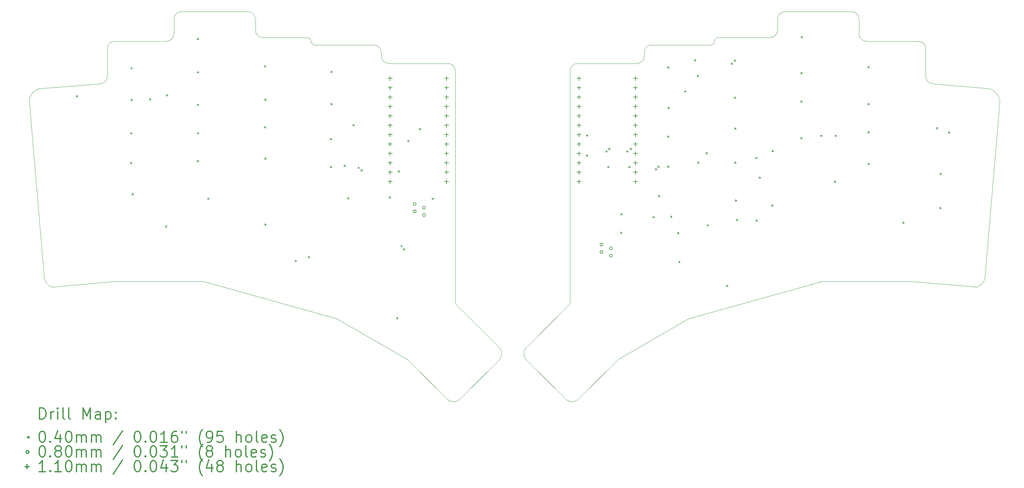
<source format=gbr>
%FSLAX45Y45*%
G04 Gerber Fmt 4.5, Leading zero omitted, Abs format (unit mm)*
G04 Created by KiCad (PCBNEW 5.1.9+dfsg1-1+deb11u1) date 2024-10-07 21:36:59*
%MOMM*%
%LPD*%
G01*
G04 APERTURE LIST*
%TA.AperFunction,Profile*%
%ADD10C,0.050000*%
%TD*%
%ADD11C,0.200000*%
%ADD12C,0.300000*%
G04 APERTURE END LIST*
D10*
X21650000Y-5500000D02*
G75*
G03*
X21850000Y-5300000I0J200000D01*
G01*
X25850000Y-6550000D02*
G75*
G03*
X26050000Y-6750000I200000J0D01*
G01*
X23050000Y-12100000D02*
X25450000Y-12100000D01*
X16250000Y-6400000D02*
X16250000Y-12700000D01*
X16250000Y-12700000D02*
X15050000Y-13900000D01*
X23050000Y-12100000D02*
X19450000Y-13100000D01*
X17550000Y-14200000D02*
X19450000Y-13100000D01*
X25850000Y-5800000D02*
G75*
G03*
X25650000Y-5600000I-200000J0D01*
G01*
X24050000Y-5000000D02*
G75*
G03*
X23850000Y-4800000I-200000J0D01*
G01*
X25650000Y-5600000D02*
X24250000Y-5600000D01*
X24050000Y-5400000D02*
X24050000Y-5000000D01*
X23850000Y-4800000D02*
X22050000Y-4800000D01*
X21850000Y-5000000D02*
X21850000Y-5300000D01*
X21650000Y-5500000D02*
X20250000Y-5500000D01*
X16450000Y-15300000D02*
X17550000Y-14200000D01*
X15050000Y-14200000D02*
X16150000Y-15300000D01*
X16150000Y-15300000D02*
G75*
G03*
X16450000Y-15300000I150000J200000D01*
G01*
X15050000Y-13900000D02*
G75*
G03*
X15050000Y-14200000I200000J-150000D01*
G01*
X27249161Y-12247812D02*
X25450000Y-12100000D01*
X18050000Y-6200000D02*
X16450000Y-6200000D01*
X20050000Y-5700000D02*
G75*
G03*
X20150000Y-5600000I0J100000D01*
G01*
X24050000Y-5400000D02*
G75*
G03*
X24250000Y-5600000I200000J0D01*
G01*
X22050000Y-4800000D02*
G75*
G03*
X21850000Y-5000000I0J-200000D01*
G01*
X20250000Y-5500000D02*
G75*
G03*
X20150000Y-5600000I0J-100000D01*
G01*
X20050000Y-5700000D02*
X18450000Y-5700000D01*
X16450000Y-6200000D02*
G75*
G03*
X16250000Y-6400000I0J-200000D01*
G01*
X18050000Y-6200000D02*
G75*
G03*
X18250000Y-6000000I0J200000D01*
G01*
X18450000Y-5700000D02*
G75*
G03*
X18250000Y-5900000I0J-200000D01*
G01*
X18250000Y-5900000D02*
X18250000Y-6000000D01*
X27450000Y-12000000D02*
X27850000Y-7189953D01*
X27249161Y-12247812D02*
G75*
G03*
X27450000Y-12000000I-114161J297812D01*
G01*
X27578774Y-6883000D02*
X26050000Y-6750000D01*
X25850000Y-6550000D02*
X25850000Y-5800000D01*
X27850000Y-7189954D02*
G75*
G03*
X27578774Y-6883000I-402726J-82546D01*
G01*
X3750000Y-6550000D02*
G75*
G02*
X3550000Y-6750000I-200000J0D01*
G01*
X3750000Y-5800000D02*
G75*
G02*
X3950000Y-5600000I200000J0D01*
G01*
X5550000Y-5400000D02*
G75*
G02*
X5350000Y-5600000I-200000J0D01*
G01*
X5550000Y-5000000D02*
G75*
G02*
X5750000Y-4800000I200000J0D01*
G01*
X7550000Y-4800000D02*
G75*
G02*
X7750000Y-5000000I0J-200000D01*
G01*
X7950000Y-5500000D02*
G75*
G02*
X7750000Y-5300000I0J200000D01*
G01*
X9150000Y-5500000D02*
G75*
G02*
X9250000Y-5600000I0J-100000D01*
G01*
X9350000Y-5700000D02*
G75*
G02*
X9250000Y-5600000I0J100000D01*
G01*
X11350000Y-6200000D02*
X12950000Y-6200000D01*
X11150000Y-5900000D02*
X11150000Y-6000000D01*
X10950000Y-5700000D02*
G75*
G02*
X11150000Y-5900000I0J-200000D01*
G01*
X11350000Y-6200000D02*
G75*
G02*
X11150000Y-6000000I0J200000D01*
G01*
X12950000Y-6200000D02*
G75*
G02*
X13150000Y-6400000I0J-200000D01*
G01*
X9350000Y-5700000D02*
X10950000Y-5700000D01*
X7950000Y-5500000D02*
X9150000Y-5500000D01*
X7750000Y-5000000D02*
X7750000Y-5300000D01*
X5750000Y-4800000D02*
X7550000Y-4800000D01*
X5550000Y-5400000D02*
X5550000Y-5000000D01*
X3950000Y-5600000D02*
X5350000Y-5600000D01*
X1639774Y-7189954D02*
G75*
G02*
X1911000Y-6883000I402726J-82546D01*
G01*
X3750000Y-6550000D02*
X3750000Y-5800000D01*
X1911000Y-6883000D02*
X3550000Y-6750000D01*
X2250839Y-12247812D02*
G75*
G02*
X2050000Y-12000000I114161J297812D01*
G01*
X2050000Y-12000000D02*
X1640000Y-7190000D01*
X2250839Y-12247812D02*
X3950000Y-12100000D01*
X14350000Y-13900000D02*
G75*
G02*
X14350000Y-14200000I-200000J-150000D01*
G01*
X13250000Y-15300000D02*
G75*
G02*
X12950000Y-15300000I-150000J200000D01*
G01*
X14350000Y-14200000D02*
X13250000Y-15300000D01*
X12950000Y-15300000D02*
X11850000Y-14200000D01*
X11850000Y-14200000D02*
X9950000Y-13100000D01*
X6350000Y-12100000D02*
X9950000Y-13100000D01*
X13150000Y-12700000D02*
X14350000Y-13900000D01*
X13150000Y-6400000D02*
X13150000Y-12700000D01*
X6350000Y-12100000D02*
X3950000Y-12100000D01*
D11*
X2910000Y-7070000D02*
X2950000Y-7110000D01*
X2950000Y-7070000D02*
X2910000Y-7110000D01*
X4380000Y-8070000D02*
X4420000Y-8110000D01*
X4420000Y-8070000D02*
X4380000Y-8110000D01*
X4380000Y-8870000D02*
X4420000Y-8910000D01*
X4420000Y-8870000D02*
X4380000Y-8910000D01*
X4390000Y-6310000D02*
X4430000Y-6350000D01*
X4430000Y-6310000D02*
X4390000Y-6350000D01*
X4390000Y-7170000D02*
X4430000Y-7210000D01*
X4430000Y-7170000D02*
X4390000Y-7210000D01*
X4420000Y-9720000D02*
X4460000Y-9760000D01*
X4460000Y-9720000D02*
X4420000Y-9760000D01*
X4890000Y-7150000D02*
X4930000Y-7190000D01*
X4930000Y-7150000D02*
X4890000Y-7190000D01*
X5320000Y-10590000D02*
X5360000Y-10630000D01*
X5360000Y-10590000D02*
X5320000Y-10630000D01*
X5340000Y-7040000D02*
X5380000Y-7080000D01*
X5380000Y-7040000D02*
X5340000Y-7080000D01*
X6180000Y-5520000D02*
X6220000Y-5560000D01*
X6220000Y-5520000D02*
X6180000Y-5560000D01*
X6180000Y-6420000D02*
X6220000Y-6460000D01*
X6220000Y-6420000D02*
X6180000Y-6460000D01*
X6180000Y-7300000D02*
X6220000Y-7340000D01*
X6220000Y-7300000D02*
X6180000Y-7340000D01*
X6180000Y-8070000D02*
X6220000Y-8110000D01*
X6220000Y-8070000D02*
X6180000Y-8110000D01*
X6180000Y-8820000D02*
X6220000Y-8860000D01*
X6220000Y-8820000D02*
X6180000Y-8860000D01*
X6460000Y-9840000D02*
X6500000Y-9880000D01*
X6500000Y-9840000D02*
X6460000Y-9880000D01*
X7990000Y-6260000D02*
X8030000Y-6300000D01*
X8030000Y-6260000D02*
X7990000Y-6300000D01*
X7990000Y-7910000D02*
X8030000Y-7950000D01*
X8030000Y-7910000D02*
X7990000Y-7950000D01*
X8000000Y-7160000D02*
X8040000Y-7200000D01*
X8040000Y-7160000D02*
X8000000Y-7200000D01*
X8000000Y-8750000D02*
X8040000Y-8790000D01*
X8040000Y-8750000D02*
X8000000Y-8790000D01*
X8000000Y-10540000D02*
X8040000Y-10580000D01*
X8040000Y-10540000D02*
X8000000Y-10580000D01*
X8820000Y-11520000D02*
X8860000Y-11560000D01*
X8860000Y-11520000D02*
X8820000Y-11560000D01*
X9180000Y-11420000D02*
X9220000Y-11460000D01*
X9220000Y-11420000D02*
X9180000Y-11460000D01*
X9770000Y-8230000D02*
X9810000Y-8270000D01*
X9810000Y-8230000D02*
X9770000Y-8270000D01*
X9770000Y-8980000D02*
X9810000Y-9020000D01*
X9810000Y-8980000D02*
X9770000Y-9020000D01*
X9790000Y-6410000D02*
X9830000Y-6450000D01*
X9830000Y-6410000D02*
X9790000Y-6450000D01*
X9790000Y-7280000D02*
X9830000Y-7320000D01*
X9830000Y-7280000D02*
X9790000Y-7320000D01*
X10140000Y-8950000D02*
X10180000Y-8990000D01*
X10180000Y-8950000D02*
X10140000Y-8990000D01*
X10240000Y-9830000D02*
X10280000Y-9870000D01*
X10280000Y-9830000D02*
X10240000Y-9870000D01*
X10380000Y-7850000D02*
X10420000Y-7890000D01*
X10420000Y-7850000D02*
X10380000Y-7890000D01*
X10520000Y-9002501D02*
X10560000Y-9042501D01*
X10560000Y-9002501D02*
X10520000Y-9042501D01*
X10601202Y-9075001D02*
X10641202Y-9115001D01*
X10641202Y-9075001D02*
X10601202Y-9115001D01*
X11360000Y-9800000D02*
X11400000Y-9840000D01*
X11400000Y-9800000D02*
X11360000Y-9840000D01*
X11560000Y-13070000D02*
X11600000Y-13110000D01*
X11600000Y-13070000D02*
X11560000Y-13110000D01*
X11610000Y-9100000D02*
X11650000Y-9140000D01*
X11650000Y-9100000D02*
X11610000Y-9140000D01*
X11680000Y-11120000D02*
X11720000Y-11160000D01*
X11720000Y-11120000D02*
X11680000Y-11160000D01*
X11740000Y-11210000D02*
X11780000Y-11250000D01*
X11780000Y-11210000D02*
X11740000Y-11250000D01*
X11860000Y-8280000D02*
X11900000Y-8320000D01*
X11900000Y-8280000D02*
X11860000Y-8320000D01*
X12177235Y-7957235D02*
X12217235Y-7997235D01*
X12217235Y-7957235D02*
X12177235Y-7997235D01*
X12520000Y-9840000D02*
X12560000Y-9880000D01*
X12560000Y-9840000D02*
X12520000Y-9880000D01*
X16690000Y-8130000D02*
X16730000Y-8170000D01*
X16730000Y-8130000D02*
X16690000Y-8170000D01*
X16690000Y-8670000D02*
X16730000Y-8710000D01*
X16730000Y-8670000D02*
X16690000Y-8710000D01*
X17214074Y-8562500D02*
X17254074Y-8602500D01*
X17254074Y-8562500D02*
X17214074Y-8602500D01*
X17260000Y-8980000D02*
X17300000Y-9020000D01*
X17300000Y-8980000D02*
X17260000Y-9020000D01*
X17290000Y-8490000D02*
X17330000Y-8530000D01*
X17330000Y-8490000D02*
X17290000Y-8530000D01*
X17610000Y-10760000D02*
X17650000Y-10800000D01*
X17650000Y-10760000D02*
X17610000Y-10800000D01*
X17620000Y-10260000D02*
X17660000Y-10300000D01*
X17660000Y-10260000D02*
X17620000Y-10300000D01*
X17770000Y-8562500D02*
X17810000Y-8602500D01*
X17810000Y-8562500D02*
X17770000Y-8602500D01*
X17830000Y-8980000D02*
X17870000Y-9020000D01*
X17870000Y-8980000D02*
X17830000Y-9020000D01*
X17870000Y-8490000D02*
X17910000Y-8530000D01*
X17910000Y-8490000D02*
X17870000Y-8530000D01*
X18480000Y-10340000D02*
X18520000Y-10380000D01*
X18520000Y-10340000D02*
X18480000Y-10380000D01*
X18549289Y-9040711D02*
X18589289Y-9080711D01*
X18589289Y-9040711D02*
X18549289Y-9080711D01*
X18620000Y-8970000D02*
X18660000Y-9010000D01*
X18660000Y-8970000D02*
X18620000Y-9010000D01*
X18630000Y-9770000D02*
X18670000Y-9810000D01*
X18670000Y-9770000D02*
X18630000Y-9810000D01*
X18880000Y-6290000D02*
X18920000Y-6330000D01*
X18920000Y-6290000D02*
X18880000Y-6330000D01*
X18880000Y-8160000D02*
X18920000Y-8200000D01*
X18920000Y-8160000D02*
X18880000Y-8200000D01*
X18880000Y-8970000D02*
X18920000Y-9010000D01*
X18920000Y-8970000D02*
X18880000Y-9010000D01*
X18890000Y-7380000D02*
X18930000Y-7420000D01*
X18930000Y-7380000D02*
X18890000Y-7420000D01*
X18960000Y-10330000D02*
X19000000Y-10370000D01*
X19000000Y-10330000D02*
X18960000Y-10370000D01*
X19150000Y-10770000D02*
X19190000Y-10810000D01*
X19190000Y-10770000D02*
X19150000Y-10810000D01*
X19180000Y-11550000D02*
X19220000Y-11590000D01*
X19220000Y-11550000D02*
X19180000Y-11590000D01*
X19335000Y-6936300D02*
X19375000Y-6976300D01*
X19375000Y-6936300D02*
X19335000Y-6976300D01*
X19603165Y-6093165D02*
X19643165Y-6133165D01*
X19643165Y-6093165D02*
X19603165Y-6133165D01*
X19680000Y-6520000D02*
X19720000Y-6560000D01*
X19720000Y-6520000D02*
X19680000Y-6560000D01*
X19690000Y-8860000D02*
X19730000Y-8900000D01*
X19730000Y-8860000D02*
X19690000Y-8900000D01*
X19920000Y-8610000D02*
X19960000Y-8650000D01*
X19960000Y-8610000D02*
X19920000Y-8650000D01*
X19950000Y-10560000D02*
X19990000Y-10600000D01*
X19990000Y-10560000D02*
X19950000Y-10600000D01*
X20470000Y-12200000D02*
X20510000Y-12240000D01*
X20510000Y-12200000D02*
X20470000Y-12240000D01*
X20600000Y-6190000D02*
X20640000Y-6230000D01*
X20640000Y-6190000D02*
X20600000Y-6230000D01*
X20680000Y-6100000D02*
X20720000Y-6140000D01*
X20720000Y-6100000D02*
X20680000Y-6140000D01*
X20680000Y-7110000D02*
X20720000Y-7150000D01*
X20720000Y-7110000D02*
X20680000Y-7150000D01*
X20690000Y-7940000D02*
X20730000Y-7980000D01*
X20730000Y-7940000D02*
X20690000Y-7980000D01*
X20690000Y-8860000D02*
X20730000Y-8900000D01*
X20730000Y-8860000D02*
X20690000Y-8900000D01*
X20710000Y-9890000D02*
X20750000Y-9930000D01*
X20750000Y-9890000D02*
X20710000Y-9930000D01*
X20740000Y-10410000D02*
X20780000Y-10450000D01*
X20780000Y-10410000D02*
X20740000Y-10450000D01*
X21260000Y-8740000D02*
X21300000Y-8780000D01*
X21300000Y-8740000D02*
X21260000Y-8780000D01*
X21270000Y-10430000D02*
X21310000Y-10470000D01*
X21310000Y-10430000D02*
X21270000Y-10470000D01*
X21350000Y-9270000D02*
X21390000Y-9310000D01*
X21390000Y-9270000D02*
X21350000Y-9310000D01*
X21690000Y-10020000D02*
X21730000Y-10060000D01*
X21730000Y-10020000D02*
X21690000Y-10060000D01*
X21700000Y-8550000D02*
X21740000Y-8590000D01*
X21740000Y-8550000D02*
X21700000Y-8590000D01*
X22480000Y-6440000D02*
X22520000Y-6480000D01*
X22520000Y-6440000D02*
X22480000Y-6480000D01*
X22480000Y-7210000D02*
X22520000Y-7250000D01*
X22520000Y-7210000D02*
X22480000Y-7250000D01*
X22480000Y-8200000D02*
X22520000Y-8240000D01*
X22520000Y-8200000D02*
X22480000Y-8240000D01*
X22490000Y-5470000D02*
X22530000Y-5510000D01*
X22530000Y-5470000D02*
X22490000Y-5510000D01*
X23010000Y-8140000D02*
X23050000Y-8180000D01*
X23050000Y-8140000D02*
X23010000Y-8180000D01*
X23380000Y-9380000D02*
X23420000Y-9420000D01*
X23420000Y-9380000D02*
X23380000Y-9420000D01*
X23400000Y-8140000D02*
X23440000Y-8180000D01*
X23440000Y-8140000D02*
X23400000Y-8180000D01*
X24290000Y-6280000D02*
X24330000Y-6320000D01*
X24330000Y-6280000D02*
X24290000Y-6320000D01*
X24290000Y-7280000D02*
X24330000Y-7320000D01*
X24330000Y-7280000D02*
X24290000Y-7320000D01*
X24290000Y-8040000D02*
X24330000Y-8080000D01*
X24330000Y-8040000D02*
X24290000Y-8080000D01*
X24290000Y-8900000D02*
X24330000Y-8940000D01*
X24330000Y-8900000D02*
X24290000Y-8940000D01*
X25230000Y-10490000D02*
X25270000Y-10530000D01*
X25270000Y-10490000D02*
X25230000Y-10530000D01*
X26140000Y-7930000D02*
X26180000Y-7970000D01*
X26180000Y-7930000D02*
X26140000Y-7970000D01*
X26230000Y-10090000D02*
X26270000Y-10130000D01*
X26270000Y-10090000D02*
X26230000Y-10130000D01*
X26240000Y-9170000D02*
X26280000Y-9210000D01*
X26280000Y-9170000D02*
X26240000Y-9210000D01*
X26465259Y-8050000D02*
X26505259Y-8090000D01*
X26505259Y-8050000D02*
X26465259Y-8090000D01*
X12090000Y-10000000D02*
G75*
G03*
X12090000Y-10000000I-40000J0D01*
G01*
X12090000Y-10200000D02*
G75*
G03*
X12090000Y-10200000I-40000J0D01*
G01*
X12344000Y-10100000D02*
G75*
G03*
X12344000Y-10100000I-40000J0D01*
G01*
X12344000Y-10300000D02*
G75*
G03*
X12344000Y-10300000I-40000J0D01*
G01*
X17136000Y-11100000D02*
G75*
G03*
X17136000Y-11100000I-40000J0D01*
G01*
X17136000Y-11300000D02*
G75*
G03*
X17136000Y-11300000I-40000J0D01*
G01*
X17390000Y-11200000D02*
G75*
G03*
X17390000Y-11200000I-40000J0D01*
G01*
X17390000Y-11400000D02*
G75*
G03*
X17390000Y-11400000I-40000J0D01*
G01*
X11388000Y-6548000D02*
X11388000Y-6658000D01*
X11333000Y-6603000D02*
X11443000Y-6603000D01*
X11388000Y-6802000D02*
X11388000Y-6912000D01*
X11333000Y-6857000D02*
X11443000Y-6857000D01*
X11388000Y-7056000D02*
X11388000Y-7166000D01*
X11333000Y-7111000D02*
X11443000Y-7111000D01*
X11388000Y-7310000D02*
X11388000Y-7420000D01*
X11333000Y-7365000D02*
X11443000Y-7365000D01*
X11388000Y-7564000D02*
X11388000Y-7674000D01*
X11333000Y-7619000D02*
X11443000Y-7619000D01*
X11388000Y-7818000D02*
X11388000Y-7928000D01*
X11333000Y-7873000D02*
X11443000Y-7873000D01*
X11388000Y-8072000D02*
X11388000Y-8182000D01*
X11333000Y-8127000D02*
X11443000Y-8127000D01*
X11388000Y-8326000D02*
X11388000Y-8436000D01*
X11333000Y-8381000D02*
X11443000Y-8381000D01*
X11388000Y-8580000D02*
X11388000Y-8690000D01*
X11333000Y-8635000D02*
X11443000Y-8635000D01*
X11388000Y-8834000D02*
X11388000Y-8944000D01*
X11333000Y-8889000D02*
X11443000Y-8889000D01*
X11388000Y-9088000D02*
X11388000Y-9198000D01*
X11333000Y-9143000D02*
X11443000Y-9143000D01*
X11388000Y-9342000D02*
X11388000Y-9452000D01*
X11333000Y-9397000D02*
X11443000Y-9397000D01*
X12912000Y-6548000D02*
X12912000Y-6658000D01*
X12857000Y-6603000D02*
X12967000Y-6603000D01*
X12912000Y-6802000D02*
X12912000Y-6912000D01*
X12857000Y-6857000D02*
X12967000Y-6857000D01*
X12912000Y-7056000D02*
X12912000Y-7166000D01*
X12857000Y-7111000D02*
X12967000Y-7111000D01*
X12912000Y-7310000D02*
X12912000Y-7420000D01*
X12857000Y-7365000D02*
X12967000Y-7365000D01*
X12912000Y-7564000D02*
X12912000Y-7674000D01*
X12857000Y-7619000D02*
X12967000Y-7619000D01*
X12912000Y-7818000D02*
X12912000Y-7928000D01*
X12857000Y-7873000D02*
X12967000Y-7873000D01*
X12912000Y-8072000D02*
X12912000Y-8182000D01*
X12857000Y-8127000D02*
X12967000Y-8127000D01*
X12912000Y-8326000D02*
X12912000Y-8436000D01*
X12857000Y-8381000D02*
X12967000Y-8381000D01*
X12912000Y-8580000D02*
X12912000Y-8690000D01*
X12857000Y-8635000D02*
X12967000Y-8635000D01*
X12912000Y-8834000D02*
X12912000Y-8944000D01*
X12857000Y-8889000D02*
X12967000Y-8889000D01*
X12912000Y-9088000D02*
X12912000Y-9198000D01*
X12857000Y-9143000D02*
X12967000Y-9143000D01*
X12912000Y-9342000D02*
X12912000Y-9452000D01*
X12857000Y-9397000D02*
X12967000Y-9397000D01*
X16488000Y-6548000D02*
X16488000Y-6658000D01*
X16433000Y-6603000D02*
X16543000Y-6603000D01*
X16488000Y-6802000D02*
X16488000Y-6912000D01*
X16433000Y-6857000D02*
X16543000Y-6857000D01*
X16488000Y-7056000D02*
X16488000Y-7166000D01*
X16433000Y-7111000D02*
X16543000Y-7111000D01*
X16488000Y-7310000D02*
X16488000Y-7420000D01*
X16433000Y-7365000D02*
X16543000Y-7365000D01*
X16488000Y-7564000D02*
X16488000Y-7674000D01*
X16433000Y-7619000D02*
X16543000Y-7619000D01*
X16488000Y-7818000D02*
X16488000Y-7928000D01*
X16433000Y-7873000D02*
X16543000Y-7873000D01*
X16488000Y-8072000D02*
X16488000Y-8182000D01*
X16433000Y-8127000D02*
X16543000Y-8127000D01*
X16488000Y-8326000D02*
X16488000Y-8436000D01*
X16433000Y-8381000D02*
X16543000Y-8381000D01*
X16488000Y-8580000D02*
X16488000Y-8690000D01*
X16433000Y-8635000D02*
X16543000Y-8635000D01*
X16488000Y-8834000D02*
X16488000Y-8944000D01*
X16433000Y-8889000D02*
X16543000Y-8889000D01*
X16488000Y-9088000D02*
X16488000Y-9198000D01*
X16433000Y-9143000D02*
X16543000Y-9143000D01*
X16488000Y-9342000D02*
X16488000Y-9452000D01*
X16433000Y-9397000D02*
X16543000Y-9397000D01*
X18012000Y-6548000D02*
X18012000Y-6658000D01*
X17957000Y-6603000D02*
X18067000Y-6603000D01*
X18012000Y-6802000D02*
X18012000Y-6912000D01*
X17957000Y-6857000D02*
X18067000Y-6857000D01*
X18012000Y-7056000D02*
X18012000Y-7166000D01*
X17957000Y-7111000D02*
X18067000Y-7111000D01*
X18012000Y-7310000D02*
X18012000Y-7420000D01*
X17957000Y-7365000D02*
X18067000Y-7365000D01*
X18012000Y-7564000D02*
X18012000Y-7674000D01*
X17957000Y-7619000D02*
X18067000Y-7619000D01*
X18012000Y-7818000D02*
X18012000Y-7928000D01*
X17957000Y-7873000D02*
X18067000Y-7873000D01*
X18012000Y-8072000D02*
X18012000Y-8182000D01*
X17957000Y-8127000D02*
X18067000Y-8127000D01*
X18012000Y-8326000D02*
X18012000Y-8436000D01*
X17957000Y-8381000D02*
X18067000Y-8381000D01*
X18012000Y-8580000D02*
X18012000Y-8690000D01*
X17957000Y-8635000D02*
X18067000Y-8635000D01*
X18012000Y-8834000D02*
X18012000Y-8944000D01*
X17957000Y-8889000D02*
X18067000Y-8889000D01*
X18012000Y-9088000D02*
X18012000Y-9198000D01*
X17957000Y-9143000D02*
X18067000Y-9143000D01*
X18012000Y-9342000D02*
X18012000Y-9452000D01*
X17957000Y-9397000D02*
X18067000Y-9397000D01*
D12*
X1923702Y-15818214D02*
X1923702Y-15518214D01*
X1995131Y-15518214D01*
X2037988Y-15532500D01*
X2066559Y-15561071D01*
X2080845Y-15589643D01*
X2095131Y-15646786D01*
X2095131Y-15689643D01*
X2080845Y-15746786D01*
X2066559Y-15775357D01*
X2037988Y-15803929D01*
X1995131Y-15818214D01*
X1923702Y-15818214D01*
X2223702Y-15818214D02*
X2223702Y-15618214D01*
X2223702Y-15675357D02*
X2237988Y-15646786D01*
X2252274Y-15632500D01*
X2280845Y-15618214D01*
X2309416Y-15618214D01*
X2409416Y-15818214D02*
X2409416Y-15618214D01*
X2409416Y-15518214D02*
X2395131Y-15532500D01*
X2409416Y-15546786D01*
X2423702Y-15532500D01*
X2409416Y-15518214D01*
X2409416Y-15546786D01*
X2595131Y-15818214D02*
X2566559Y-15803929D01*
X2552274Y-15775357D01*
X2552274Y-15518214D01*
X2752274Y-15818214D02*
X2723702Y-15803929D01*
X2709416Y-15775357D01*
X2709416Y-15518214D01*
X3095131Y-15818214D02*
X3095131Y-15518214D01*
X3195131Y-15732500D01*
X3295131Y-15518214D01*
X3295131Y-15818214D01*
X3566559Y-15818214D02*
X3566559Y-15661071D01*
X3552274Y-15632500D01*
X3523702Y-15618214D01*
X3466559Y-15618214D01*
X3437988Y-15632500D01*
X3566559Y-15803929D02*
X3537988Y-15818214D01*
X3466559Y-15818214D01*
X3437988Y-15803929D01*
X3423702Y-15775357D01*
X3423702Y-15746786D01*
X3437988Y-15718214D01*
X3466559Y-15703929D01*
X3537988Y-15703929D01*
X3566559Y-15689643D01*
X3709416Y-15618214D02*
X3709416Y-15918214D01*
X3709416Y-15632500D02*
X3737988Y-15618214D01*
X3795131Y-15618214D01*
X3823702Y-15632500D01*
X3837988Y-15646786D01*
X3852274Y-15675357D01*
X3852274Y-15761071D01*
X3837988Y-15789643D01*
X3823702Y-15803929D01*
X3795131Y-15818214D01*
X3737988Y-15818214D01*
X3709416Y-15803929D01*
X3980845Y-15789643D02*
X3995131Y-15803929D01*
X3980845Y-15818214D01*
X3966559Y-15803929D01*
X3980845Y-15789643D01*
X3980845Y-15818214D01*
X3980845Y-15632500D02*
X3995131Y-15646786D01*
X3980845Y-15661071D01*
X3966559Y-15646786D01*
X3980845Y-15632500D01*
X3980845Y-15661071D01*
X1597274Y-16292500D02*
X1637274Y-16332500D01*
X1637274Y-16292500D02*
X1597274Y-16332500D01*
X1980845Y-16148214D02*
X2009416Y-16148214D01*
X2037988Y-16162500D01*
X2052274Y-16176786D01*
X2066559Y-16205357D01*
X2080845Y-16262500D01*
X2080845Y-16333929D01*
X2066559Y-16391071D01*
X2052274Y-16419643D01*
X2037988Y-16433929D01*
X2009416Y-16448214D01*
X1980845Y-16448214D01*
X1952274Y-16433929D01*
X1937988Y-16419643D01*
X1923702Y-16391071D01*
X1909416Y-16333929D01*
X1909416Y-16262500D01*
X1923702Y-16205357D01*
X1937988Y-16176786D01*
X1952274Y-16162500D01*
X1980845Y-16148214D01*
X2209416Y-16419643D02*
X2223702Y-16433929D01*
X2209416Y-16448214D01*
X2195131Y-16433929D01*
X2209416Y-16419643D01*
X2209416Y-16448214D01*
X2480845Y-16248214D02*
X2480845Y-16448214D01*
X2409416Y-16133929D02*
X2337988Y-16348214D01*
X2523702Y-16348214D01*
X2695131Y-16148214D02*
X2723702Y-16148214D01*
X2752274Y-16162500D01*
X2766559Y-16176786D01*
X2780845Y-16205357D01*
X2795131Y-16262500D01*
X2795131Y-16333929D01*
X2780845Y-16391071D01*
X2766559Y-16419643D01*
X2752274Y-16433929D01*
X2723702Y-16448214D01*
X2695131Y-16448214D01*
X2666559Y-16433929D01*
X2652274Y-16419643D01*
X2637988Y-16391071D01*
X2623702Y-16333929D01*
X2623702Y-16262500D01*
X2637988Y-16205357D01*
X2652274Y-16176786D01*
X2666559Y-16162500D01*
X2695131Y-16148214D01*
X2923702Y-16448214D02*
X2923702Y-16248214D01*
X2923702Y-16276786D02*
X2937988Y-16262500D01*
X2966559Y-16248214D01*
X3009416Y-16248214D01*
X3037988Y-16262500D01*
X3052274Y-16291071D01*
X3052274Y-16448214D01*
X3052274Y-16291071D02*
X3066559Y-16262500D01*
X3095131Y-16248214D01*
X3137988Y-16248214D01*
X3166559Y-16262500D01*
X3180845Y-16291071D01*
X3180845Y-16448214D01*
X3323702Y-16448214D02*
X3323702Y-16248214D01*
X3323702Y-16276786D02*
X3337988Y-16262500D01*
X3366559Y-16248214D01*
X3409416Y-16248214D01*
X3437988Y-16262500D01*
X3452274Y-16291071D01*
X3452274Y-16448214D01*
X3452274Y-16291071D02*
X3466559Y-16262500D01*
X3495131Y-16248214D01*
X3537988Y-16248214D01*
X3566559Y-16262500D01*
X3580845Y-16291071D01*
X3580845Y-16448214D01*
X4166559Y-16133929D02*
X3909416Y-16519643D01*
X4552274Y-16148214D02*
X4580845Y-16148214D01*
X4609416Y-16162500D01*
X4623702Y-16176786D01*
X4637988Y-16205357D01*
X4652274Y-16262500D01*
X4652274Y-16333929D01*
X4637988Y-16391071D01*
X4623702Y-16419643D01*
X4609416Y-16433929D01*
X4580845Y-16448214D01*
X4552274Y-16448214D01*
X4523702Y-16433929D01*
X4509416Y-16419643D01*
X4495131Y-16391071D01*
X4480845Y-16333929D01*
X4480845Y-16262500D01*
X4495131Y-16205357D01*
X4509416Y-16176786D01*
X4523702Y-16162500D01*
X4552274Y-16148214D01*
X4780845Y-16419643D02*
X4795131Y-16433929D01*
X4780845Y-16448214D01*
X4766559Y-16433929D01*
X4780845Y-16419643D01*
X4780845Y-16448214D01*
X4980845Y-16148214D02*
X5009416Y-16148214D01*
X5037988Y-16162500D01*
X5052274Y-16176786D01*
X5066559Y-16205357D01*
X5080845Y-16262500D01*
X5080845Y-16333929D01*
X5066559Y-16391071D01*
X5052274Y-16419643D01*
X5037988Y-16433929D01*
X5009416Y-16448214D01*
X4980845Y-16448214D01*
X4952274Y-16433929D01*
X4937988Y-16419643D01*
X4923702Y-16391071D01*
X4909416Y-16333929D01*
X4909416Y-16262500D01*
X4923702Y-16205357D01*
X4937988Y-16176786D01*
X4952274Y-16162500D01*
X4980845Y-16148214D01*
X5366559Y-16448214D02*
X5195131Y-16448214D01*
X5280845Y-16448214D02*
X5280845Y-16148214D01*
X5252274Y-16191071D01*
X5223702Y-16219643D01*
X5195131Y-16233929D01*
X5623702Y-16148214D02*
X5566559Y-16148214D01*
X5537988Y-16162500D01*
X5523702Y-16176786D01*
X5495131Y-16219643D01*
X5480845Y-16276786D01*
X5480845Y-16391071D01*
X5495131Y-16419643D01*
X5509416Y-16433929D01*
X5537988Y-16448214D01*
X5595131Y-16448214D01*
X5623702Y-16433929D01*
X5637988Y-16419643D01*
X5652273Y-16391071D01*
X5652273Y-16319643D01*
X5637988Y-16291071D01*
X5623702Y-16276786D01*
X5595131Y-16262500D01*
X5537988Y-16262500D01*
X5509416Y-16276786D01*
X5495131Y-16291071D01*
X5480845Y-16319643D01*
X5766559Y-16148214D02*
X5766559Y-16205357D01*
X5880845Y-16148214D02*
X5880845Y-16205357D01*
X6323702Y-16562500D02*
X6309416Y-16548214D01*
X6280845Y-16505357D01*
X6266559Y-16476786D01*
X6252273Y-16433929D01*
X6237988Y-16362500D01*
X6237988Y-16305357D01*
X6252273Y-16233929D01*
X6266559Y-16191071D01*
X6280845Y-16162500D01*
X6309416Y-16119643D01*
X6323702Y-16105357D01*
X6452273Y-16448214D02*
X6509416Y-16448214D01*
X6537988Y-16433929D01*
X6552273Y-16419643D01*
X6580845Y-16376786D01*
X6595131Y-16319643D01*
X6595131Y-16205357D01*
X6580845Y-16176786D01*
X6566559Y-16162500D01*
X6537988Y-16148214D01*
X6480845Y-16148214D01*
X6452273Y-16162500D01*
X6437988Y-16176786D01*
X6423702Y-16205357D01*
X6423702Y-16276786D01*
X6437988Y-16305357D01*
X6452273Y-16319643D01*
X6480845Y-16333929D01*
X6537988Y-16333929D01*
X6566559Y-16319643D01*
X6580845Y-16305357D01*
X6595131Y-16276786D01*
X6866559Y-16148214D02*
X6723702Y-16148214D01*
X6709416Y-16291071D01*
X6723702Y-16276786D01*
X6752274Y-16262500D01*
X6823702Y-16262500D01*
X6852274Y-16276786D01*
X6866559Y-16291071D01*
X6880845Y-16319643D01*
X6880845Y-16391071D01*
X6866559Y-16419643D01*
X6852274Y-16433929D01*
X6823702Y-16448214D01*
X6752274Y-16448214D01*
X6723702Y-16433929D01*
X6709416Y-16419643D01*
X7237988Y-16448214D02*
X7237988Y-16148214D01*
X7366559Y-16448214D02*
X7366559Y-16291071D01*
X7352274Y-16262500D01*
X7323702Y-16248214D01*
X7280845Y-16248214D01*
X7252274Y-16262500D01*
X7237988Y-16276786D01*
X7552274Y-16448214D02*
X7523702Y-16433929D01*
X7509416Y-16419643D01*
X7495131Y-16391071D01*
X7495131Y-16305357D01*
X7509416Y-16276786D01*
X7523702Y-16262500D01*
X7552274Y-16248214D01*
X7595131Y-16248214D01*
X7623702Y-16262500D01*
X7637988Y-16276786D01*
X7652274Y-16305357D01*
X7652274Y-16391071D01*
X7637988Y-16419643D01*
X7623702Y-16433929D01*
X7595131Y-16448214D01*
X7552274Y-16448214D01*
X7823702Y-16448214D02*
X7795131Y-16433929D01*
X7780845Y-16405357D01*
X7780845Y-16148214D01*
X8052274Y-16433929D02*
X8023702Y-16448214D01*
X7966559Y-16448214D01*
X7937988Y-16433929D01*
X7923702Y-16405357D01*
X7923702Y-16291071D01*
X7937988Y-16262500D01*
X7966559Y-16248214D01*
X8023702Y-16248214D01*
X8052274Y-16262500D01*
X8066559Y-16291071D01*
X8066559Y-16319643D01*
X7923702Y-16348214D01*
X8180845Y-16433929D02*
X8209416Y-16448214D01*
X8266559Y-16448214D01*
X8295131Y-16433929D01*
X8309416Y-16405357D01*
X8309416Y-16391071D01*
X8295131Y-16362500D01*
X8266559Y-16348214D01*
X8223702Y-16348214D01*
X8195131Y-16333929D01*
X8180845Y-16305357D01*
X8180845Y-16291071D01*
X8195131Y-16262500D01*
X8223702Y-16248214D01*
X8266559Y-16248214D01*
X8295131Y-16262500D01*
X8409416Y-16562500D02*
X8423702Y-16548214D01*
X8452274Y-16505357D01*
X8466559Y-16476786D01*
X8480845Y-16433929D01*
X8495131Y-16362500D01*
X8495131Y-16305357D01*
X8480845Y-16233929D01*
X8466559Y-16191071D01*
X8452274Y-16162500D01*
X8423702Y-16119643D01*
X8409416Y-16105357D01*
X1637274Y-16708500D02*
G75*
G03*
X1637274Y-16708500I-40000J0D01*
G01*
X1980845Y-16544214D02*
X2009416Y-16544214D01*
X2037988Y-16558500D01*
X2052274Y-16572786D01*
X2066559Y-16601357D01*
X2080845Y-16658500D01*
X2080845Y-16729929D01*
X2066559Y-16787072D01*
X2052274Y-16815643D01*
X2037988Y-16829929D01*
X2009416Y-16844214D01*
X1980845Y-16844214D01*
X1952274Y-16829929D01*
X1937988Y-16815643D01*
X1923702Y-16787072D01*
X1909416Y-16729929D01*
X1909416Y-16658500D01*
X1923702Y-16601357D01*
X1937988Y-16572786D01*
X1952274Y-16558500D01*
X1980845Y-16544214D01*
X2209416Y-16815643D02*
X2223702Y-16829929D01*
X2209416Y-16844214D01*
X2195131Y-16829929D01*
X2209416Y-16815643D01*
X2209416Y-16844214D01*
X2395131Y-16672786D02*
X2366559Y-16658500D01*
X2352274Y-16644214D01*
X2337988Y-16615643D01*
X2337988Y-16601357D01*
X2352274Y-16572786D01*
X2366559Y-16558500D01*
X2395131Y-16544214D01*
X2452274Y-16544214D01*
X2480845Y-16558500D01*
X2495131Y-16572786D01*
X2509416Y-16601357D01*
X2509416Y-16615643D01*
X2495131Y-16644214D01*
X2480845Y-16658500D01*
X2452274Y-16672786D01*
X2395131Y-16672786D01*
X2366559Y-16687071D01*
X2352274Y-16701357D01*
X2337988Y-16729929D01*
X2337988Y-16787072D01*
X2352274Y-16815643D01*
X2366559Y-16829929D01*
X2395131Y-16844214D01*
X2452274Y-16844214D01*
X2480845Y-16829929D01*
X2495131Y-16815643D01*
X2509416Y-16787072D01*
X2509416Y-16729929D01*
X2495131Y-16701357D01*
X2480845Y-16687071D01*
X2452274Y-16672786D01*
X2695131Y-16544214D02*
X2723702Y-16544214D01*
X2752274Y-16558500D01*
X2766559Y-16572786D01*
X2780845Y-16601357D01*
X2795131Y-16658500D01*
X2795131Y-16729929D01*
X2780845Y-16787072D01*
X2766559Y-16815643D01*
X2752274Y-16829929D01*
X2723702Y-16844214D01*
X2695131Y-16844214D01*
X2666559Y-16829929D01*
X2652274Y-16815643D01*
X2637988Y-16787072D01*
X2623702Y-16729929D01*
X2623702Y-16658500D01*
X2637988Y-16601357D01*
X2652274Y-16572786D01*
X2666559Y-16558500D01*
X2695131Y-16544214D01*
X2923702Y-16844214D02*
X2923702Y-16644214D01*
X2923702Y-16672786D02*
X2937988Y-16658500D01*
X2966559Y-16644214D01*
X3009416Y-16644214D01*
X3037988Y-16658500D01*
X3052274Y-16687071D01*
X3052274Y-16844214D01*
X3052274Y-16687071D02*
X3066559Y-16658500D01*
X3095131Y-16644214D01*
X3137988Y-16644214D01*
X3166559Y-16658500D01*
X3180845Y-16687071D01*
X3180845Y-16844214D01*
X3323702Y-16844214D02*
X3323702Y-16644214D01*
X3323702Y-16672786D02*
X3337988Y-16658500D01*
X3366559Y-16644214D01*
X3409416Y-16644214D01*
X3437988Y-16658500D01*
X3452274Y-16687071D01*
X3452274Y-16844214D01*
X3452274Y-16687071D02*
X3466559Y-16658500D01*
X3495131Y-16644214D01*
X3537988Y-16644214D01*
X3566559Y-16658500D01*
X3580845Y-16687071D01*
X3580845Y-16844214D01*
X4166559Y-16529929D02*
X3909416Y-16915643D01*
X4552274Y-16544214D02*
X4580845Y-16544214D01*
X4609416Y-16558500D01*
X4623702Y-16572786D01*
X4637988Y-16601357D01*
X4652274Y-16658500D01*
X4652274Y-16729929D01*
X4637988Y-16787072D01*
X4623702Y-16815643D01*
X4609416Y-16829929D01*
X4580845Y-16844214D01*
X4552274Y-16844214D01*
X4523702Y-16829929D01*
X4509416Y-16815643D01*
X4495131Y-16787072D01*
X4480845Y-16729929D01*
X4480845Y-16658500D01*
X4495131Y-16601357D01*
X4509416Y-16572786D01*
X4523702Y-16558500D01*
X4552274Y-16544214D01*
X4780845Y-16815643D02*
X4795131Y-16829929D01*
X4780845Y-16844214D01*
X4766559Y-16829929D01*
X4780845Y-16815643D01*
X4780845Y-16844214D01*
X4980845Y-16544214D02*
X5009416Y-16544214D01*
X5037988Y-16558500D01*
X5052274Y-16572786D01*
X5066559Y-16601357D01*
X5080845Y-16658500D01*
X5080845Y-16729929D01*
X5066559Y-16787072D01*
X5052274Y-16815643D01*
X5037988Y-16829929D01*
X5009416Y-16844214D01*
X4980845Y-16844214D01*
X4952274Y-16829929D01*
X4937988Y-16815643D01*
X4923702Y-16787072D01*
X4909416Y-16729929D01*
X4909416Y-16658500D01*
X4923702Y-16601357D01*
X4937988Y-16572786D01*
X4952274Y-16558500D01*
X4980845Y-16544214D01*
X5180845Y-16544214D02*
X5366559Y-16544214D01*
X5266559Y-16658500D01*
X5309416Y-16658500D01*
X5337988Y-16672786D01*
X5352274Y-16687071D01*
X5366559Y-16715643D01*
X5366559Y-16787072D01*
X5352274Y-16815643D01*
X5337988Y-16829929D01*
X5309416Y-16844214D01*
X5223702Y-16844214D01*
X5195131Y-16829929D01*
X5180845Y-16815643D01*
X5652273Y-16844214D02*
X5480845Y-16844214D01*
X5566559Y-16844214D02*
X5566559Y-16544214D01*
X5537988Y-16587071D01*
X5509416Y-16615643D01*
X5480845Y-16629929D01*
X5766559Y-16544214D02*
X5766559Y-16601357D01*
X5880845Y-16544214D02*
X5880845Y-16601357D01*
X6323702Y-16958500D02*
X6309416Y-16944214D01*
X6280845Y-16901357D01*
X6266559Y-16872786D01*
X6252273Y-16829929D01*
X6237988Y-16758500D01*
X6237988Y-16701357D01*
X6252273Y-16629929D01*
X6266559Y-16587071D01*
X6280845Y-16558500D01*
X6309416Y-16515643D01*
X6323702Y-16501357D01*
X6480845Y-16672786D02*
X6452273Y-16658500D01*
X6437988Y-16644214D01*
X6423702Y-16615643D01*
X6423702Y-16601357D01*
X6437988Y-16572786D01*
X6452273Y-16558500D01*
X6480845Y-16544214D01*
X6537988Y-16544214D01*
X6566559Y-16558500D01*
X6580845Y-16572786D01*
X6595131Y-16601357D01*
X6595131Y-16615643D01*
X6580845Y-16644214D01*
X6566559Y-16658500D01*
X6537988Y-16672786D01*
X6480845Y-16672786D01*
X6452273Y-16687071D01*
X6437988Y-16701357D01*
X6423702Y-16729929D01*
X6423702Y-16787072D01*
X6437988Y-16815643D01*
X6452273Y-16829929D01*
X6480845Y-16844214D01*
X6537988Y-16844214D01*
X6566559Y-16829929D01*
X6580845Y-16815643D01*
X6595131Y-16787072D01*
X6595131Y-16729929D01*
X6580845Y-16701357D01*
X6566559Y-16687071D01*
X6537988Y-16672786D01*
X6952274Y-16844214D02*
X6952274Y-16544214D01*
X7080845Y-16844214D02*
X7080845Y-16687071D01*
X7066559Y-16658500D01*
X7037988Y-16644214D01*
X6995131Y-16644214D01*
X6966559Y-16658500D01*
X6952274Y-16672786D01*
X7266559Y-16844214D02*
X7237988Y-16829929D01*
X7223702Y-16815643D01*
X7209416Y-16787072D01*
X7209416Y-16701357D01*
X7223702Y-16672786D01*
X7237988Y-16658500D01*
X7266559Y-16644214D01*
X7309416Y-16644214D01*
X7337988Y-16658500D01*
X7352274Y-16672786D01*
X7366559Y-16701357D01*
X7366559Y-16787072D01*
X7352274Y-16815643D01*
X7337988Y-16829929D01*
X7309416Y-16844214D01*
X7266559Y-16844214D01*
X7537988Y-16844214D02*
X7509416Y-16829929D01*
X7495131Y-16801357D01*
X7495131Y-16544214D01*
X7766559Y-16829929D02*
X7737988Y-16844214D01*
X7680845Y-16844214D01*
X7652274Y-16829929D01*
X7637988Y-16801357D01*
X7637988Y-16687071D01*
X7652274Y-16658500D01*
X7680845Y-16644214D01*
X7737988Y-16644214D01*
X7766559Y-16658500D01*
X7780845Y-16687071D01*
X7780845Y-16715643D01*
X7637988Y-16744214D01*
X7895131Y-16829929D02*
X7923702Y-16844214D01*
X7980845Y-16844214D01*
X8009416Y-16829929D01*
X8023702Y-16801357D01*
X8023702Y-16787072D01*
X8009416Y-16758500D01*
X7980845Y-16744214D01*
X7937988Y-16744214D01*
X7909416Y-16729929D01*
X7895131Y-16701357D01*
X7895131Y-16687071D01*
X7909416Y-16658500D01*
X7937988Y-16644214D01*
X7980845Y-16644214D01*
X8009416Y-16658500D01*
X8123702Y-16958500D02*
X8137988Y-16944214D01*
X8166559Y-16901357D01*
X8180845Y-16872786D01*
X8195131Y-16829929D01*
X8209416Y-16758500D01*
X8209416Y-16701357D01*
X8195131Y-16629929D01*
X8180845Y-16587071D01*
X8166559Y-16558500D01*
X8137988Y-16515643D01*
X8123702Y-16501357D01*
X1582274Y-17049500D02*
X1582274Y-17159500D01*
X1527274Y-17104500D02*
X1637274Y-17104500D01*
X2080845Y-17240214D02*
X1909416Y-17240214D01*
X1995131Y-17240214D02*
X1995131Y-16940214D01*
X1966559Y-16983072D01*
X1937988Y-17011643D01*
X1909416Y-17025929D01*
X2209416Y-17211643D02*
X2223702Y-17225929D01*
X2209416Y-17240214D01*
X2195131Y-17225929D01*
X2209416Y-17211643D01*
X2209416Y-17240214D01*
X2509416Y-17240214D02*
X2337988Y-17240214D01*
X2423702Y-17240214D02*
X2423702Y-16940214D01*
X2395131Y-16983072D01*
X2366559Y-17011643D01*
X2337988Y-17025929D01*
X2695131Y-16940214D02*
X2723702Y-16940214D01*
X2752274Y-16954500D01*
X2766559Y-16968786D01*
X2780845Y-16997357D01*
X2795131Y-17054500D01*
X2795131Y-17125929D01*
X2780845Y-17183072D01*
X2766559Y-17211643D01*
X2752274Y-17225929D01*
X2723702Y-17240214D01*
X2695131Y-17240214D01*
X2666559Y-17225929D01*
X2652274Y-17211643D01*
X2637988Y-17183072D01*
X2623702Y-17125929D01*
X2623702Y-17054500D01*
X2637988Y-16997357D01*
X2652274Y-16968786D01*
X2666559Y-16954500D01*
X2695131Y-16940214D01*
X2923702Y-17240214D02*
X2923702Y-17040214D01*
X2923702Y-17068786D02*
X2937988Y-17054500D01*
X2966559Y-17040214D01*
X3009416Y-17040214D01*
X3037988Y-17054500D01*
X3052274Y-17083072D01*
X3052274Y-17240214D01*
X3052274Y-17083072D02*
X3066559Y-17054500D01*
X3095131Y-17040214D01*
X3137988Y-17040214D01*
X3166559Y-17054500D01*
X3180845Y-17083072D01*
X3180845Y-17240214D01*
X3323702Y-17240214D02*
X3323702Y-17040214D01*
X3323702Y-17068786D02*
X3337988Y-17054500D01*
X3366559Y-17040214D01*
X3409416Y-17040214D01*
X3437988Y-17054500D01*
X3452274Y-17083072D01*
X3452274Y-17240214D01*
X3452274Y-17083072D02*
X3466559Y-17054500D01*
X3495131Y-17040214D01*
X3537988Y-17040214D01*
X3566559Y-17054500D01*
X3580845Y-17083072D01*
X3580845Y-17240214D01*
X4166559Y-16925929D02*
X3909416Y-17311643D01*
X4552274Y-16940214D02*
X4580845Y-16940214D01*
X4609416Y-16954500D01*
X4623702Y-16968786D01*
X4637988Y-16997357D01*
X4652274Y-17054500D01*
X4652274Y-17125929D01*
X4637988Y-17183072D01*
X4623702Y-17211643D01*
X4609416Y-17225929D01*
X4580845Y-17240214D01*
X4552274Y-17240214D01*
X4523702Y-17225929D01*
X4509416Y-17211643D01*
X4495131Y-17183072D01*
X4480845Y-17125929D01*
X4480845Y-17054500D01*
X4495131Y-16997357D01*
X4509416Y-16968786D01*
X4523702Y-16954500D01*
X4552274Y-16940214D01*
X4780845Y-17211643D02*
X4795131Y-17225929D01*
X4780845Y-17240214D01*
X4766559Y-17225929D01*
X4780845Y-17211643D01*
X4780845Y-17240214D01*
X4980845Y-16940214D02*
X5009416Y-16940214D01*
X5037988Y-16954500D01*
X5052274Y-16968786D01*
X5066559Y-16997357D01*
X5080845Y-17054500D01*
X5080845Y-17125929D01*
X5066559Y-17183072D01*
X5052274Y-17211643D01*
X5037988Y-17225929D01*
X5009416Y-17240214D01*
X4980845Y-17240214D01*
X4952274Y-17225929D01*
X4937988Y-17211643D01*
X4923702Y-17183072D01*
X4909416Y-17125929D01*
X4909416Y-17054500D01*
X4923702Y-16997357D01*
X4937988Y-16968786D01*
X4952274Y-16954500D01*
X4980845Y-16940214D01*
X5337988Y-17040214D02*
X5337988Y-17240214D01*
X5266559Y-16925929D02*
X5195131Y-17140214D01*
X5380845Y-17140214D01*
X5466559Y-16940214D02*
X5652273Y-16940214D01*
X5552274Y-17054500D01*
X5595131Y-17054500D01*
X5623702Y-17068786D01*
X5637988Y-17083072D01*
X5652273Y-17111643D01*
X5652273Y-17183072D01*
X5637988Y-17211643D01*
X5623702Y-17225929D01*
X5595131Y-17240214D01*
X5509416Y-17240214D01*
X5480845Y-17225929D01*
X5466559Y-17211643D01*
X5766559Y-16940214D02*
X5766559Y-16997357D01*
X5880845Y-16940214D02*
X5880845Y-16997357D01*
X6323702Y-17354500D02*
X6309416Y-17340214D01*
X6280845Y-17297357D01*
X6266559Y-17268786D01*
X6252273Y-17225929D01*
X6237988Y-17154500D01*
X6237988Y-17097357D01*
X6252273Y-17025929D01*
X6266559Y-16983072D01*
X6280845Y-16954500D01*
X6309416Y-16911643D01*
X6323702Y-16897357D01*
X6566559Y-17040214D02*
X6566559Y-17240214D01*
X6495131Y-16925929D02*
X6423702Y-17140214D01*
X6609416Y-17140214D01*
X6766559Y-17068786D02*
X6737988Y-17054500D01*
X6723702Y-17040214D01*
X6709416Y-17011643D01*
X6709416Y-16997357D01*
X6723702Y-16968786D01*
X6737988Y-16954500D01*
X6766559Y-16940214D01*
X6823702Y-16940214D01*
X6852274Y-16954500D01*
X6866559Y-16968786D01*
X6880845Y-16997357D01*
X6880845Y-17011643D01*
X6866559Y-17040214D01*
X6852274Y-17054500D01*
X6823702Y-17068786D01*
X6766559Y-17068786D01*
X6737988Y-17083072D01*
X6723702Y-17097357D01*
X6709416Y-17125929D01*
X6709416Y-17183072D01*
X6723702Y-17211643D01*
X6737988Y-17225929D01*
X6766559Y-17240214D01*
X6823702Y-17240214D01*
X6852274Y-17225929D01*
X6866559Y-17211643D01*
X6880845Y-17183072D01*
X6880845Y-17125929D01*
X6866559Y-17097357D01*
X6852274Y-17083072D01*
X6823702Y-17068786D01*
X7237988Y-17240214D02*
X7237988Y-16940214D01*
X7366559Y-17240214D02*
X7366559Y-17083072D01*
X7352274Y-17054500D01*
X7323702Y-17040214D01*
X7280845Y-17040214D01*
X7252274Y-17054500D01*
X7237988Y-17068786D01*
X7552274Y-17240214D02*
X7523702Y-17225929D01*
X7509416Y-17211643D01*
X7495131Y-17183072D01*
X7495131Y-17097357D01*
X7509416Y-17068786D01*
X7523702Y-17054500D01*
X7552274Y-17040214D01*
X7595131Y-17040214D01*
X7623702Y-17054500D01*
X7637988Y-17068786D01*
X7652274Y-17097357D01*
X7652274Y-17183072D01*
X7637988Y-17211643D01*
X7623702Y-17225929D01*
X7595131Y-17240214D01*
X7552274Y-17240214D01*
X7823702Y-17240214D02*
X7795131Y-17225929D01*
X7780845Y-17197357D01*
X7780845Y-16940214D01*
X8052274Y-17225929D02*
X8023702Y-17240214D01*
X7966559Y-17240214D01*
X7937988Y-17225929D01*
X7923702Y-17197357D01*
X7923702Y-17083072D01*
X7937988Y-17054500D01*
X7966559Y-17040214D01*
X8023702Y-17040214D01*
X8052274Y-17054500D01*
X8066559Y-17083072D01*
X8066559Y-17111643D01*
X7923702Y-17140214D01*
X8180845Y-17225929D02*
X8209416Y-17240214D01*
X8266559Y-17240214D01*
X8295131Y-17225929D01*
X8309416Y-17197357D01*
X8309416Y-17183072D01*
X8295131Y-17154500D01*
X8266559Y-17140214D01*
X8223702Y-17140214D01*
X8195131Y-17125929D01*
X8180845Y-17097357D01*
X8180845Y-17083072D01*
X8195131Y-17054500D01*
X8223702Y-17040214D01*
X8266559Y-17040214D01*
X8295131Y-17054500D01*
X8409416Y-17354500D02*
X8423702Y-17340214D01*
X8452274Y-17297357D01*
X8466559Y-17268786D01*
X8480845Y-17225929D01*
X8495131Y-17154500D01*
X8495131Y-17097357D01*
X8480845Y-17025929D01*
X8466559Y-16983072D01*
X8452274Y-16954500D01*
X8423702Y-16911643D01*
X8409416Y-16897357D01*
M02*

</source>
